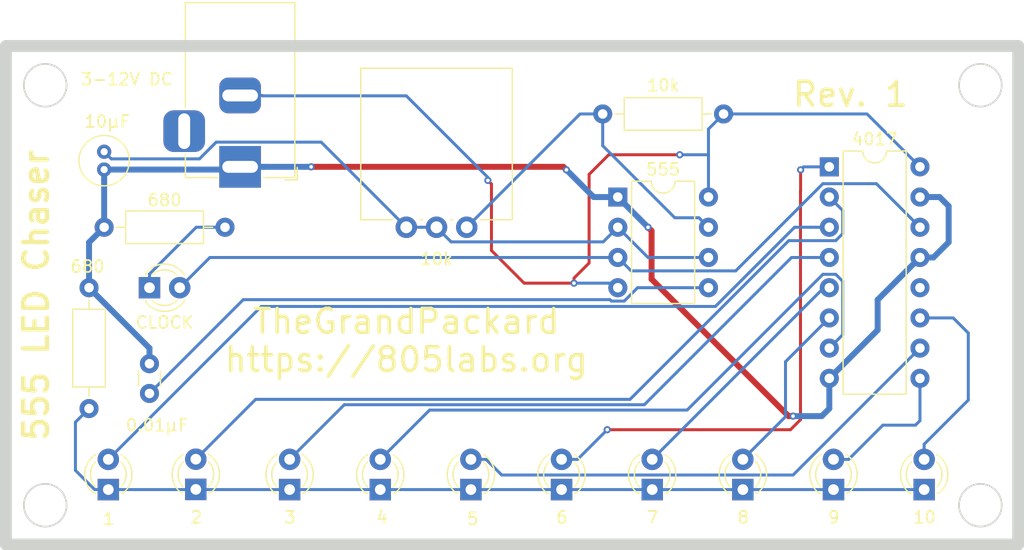
<source format=kicad_pcb>
(kicad_pcb (version 20171130) (host pcbnew "(5.1.0)-1")

  (general
    (thickness 1.6)
    (drawings 11)
    (tracks 163)
    (zones 0)
    (modules 20)
    (nets 20)
  )

  (page A4)
  (layers
    (0 F.Cu signal)
    (31 B.Cu signal hide)
    (32 B.Adhes user)
    (33 F.Adhes user)
    (34 B.Paste user)
    (35 F.Paste user)
    (36 B.SilkS user)
    (37 F.SilkS user)
    (38 B.Mask user)
    (39 F.Mask user)
    (40 Dwgs.User user)
    (41 Cmts.User user)
    (42 Eco1.User user)
    (43 Eco2.User user)
    (44 Edge.Cuts user)
    (45 Margin user)
    (46 B.CrtYd user)
    (47 F.CrtYd user)
    (48 B.Fab user)
    (49 F.Fab user)
  )

  (setup
    (last_trace_width 0.25)
    (user_trace_width 0.5)
    (trace_clearance 0.2)
    (zone_clearance 0.508)
    (zone_45_only no)
    (trace_min 0.25)
    (via_size 0.6)
    (via_drill 0.3)
    (via_min_size 0.25)
    (via_min_drill 0.3)
    (uvia_size 0.3)
    (uvia_drill 0.1)
    (uvias_allowed no)
    (uvia_min_size 0.2)
    (uvia_min_drill 0.1)
    (edge_width 0.15)
    (segment_width 0.2)
    (pcb_text_width 0.3)
    (pcb_text_size 1.5 1.5)
    (mod_edge_width 0.15)
    (mod_text_size 1 1)
    (mod_text_width 0.15)
    (pad_size 1.524 1.524)
    (pad_drill 0.762)
    (pad_to_mask_clearance 0.051)
    (solder_mask_min_width 0.25)
    (aux_axis_origin 0 0)
    (grid_origin 171.577 132.715)
    (visible_elements 7FFFFFFF)
    (pcbplotparams
      (layerselection 0x3ffff_ffffffff)
      (usegerberextensions false)
      (usegerberattributes false)
      (usegerberadvancedattributes false)
      (creategerberjobfile false)
      (excludeedgelayer false)
      (linewidth 0.100000)
      (plotframeref false)
      (viasonmask false)
      (mode 1)
      (useauxorigin false)
      (hpglpennumber 1)
      (hpglpenspeed 20)
      (hpglpendiameter 15.000000)
      (psnegative false)
      (psa4output false)
      (plotreference true)
      (plotvalue true)
      (plotinvisibletext false)
      (padsonsilk true)
      (subtractmaskfromsilk false)
      (outputformat 1)
      (mirror false)
      (drillshape 0)
      (scaleselection 1)
      (outputdirectory "Output/"))
  )

  (net 0 "")
  (net 1 "Net-(C1-Pad1)")
  (net 2 "Net-(C1-Pad2)")
  (net 3 "Net-(C2-Pad1)")
  (net 4 "Net-(D1-Pad2)")
  (net 5 "Net-(D1-Pad1)")
  (net 6 "Net-(D10-Pad1)")
  (net 7 "Net-(D2-Pad2)")
  (net 8 "Net-(D3-Pad2)")
  (net 9 "Net-(D4-Pad2)")
  (net 10 "Net-(D5-Pad2)")
  (net 11 "Net-(D6-Pad2)")
  (net 12 "Net-(D7-Pad2)")
  (net 13 "Net-(D8-Pad2)")
  (net 14 "Net-(D9-Pad2)")
  (net 15 "Net-(D10-Pad2)")
  (net 16 "Net-(D11-Pad2)")
  (net 17 "Net-(J1-Pad2)")
  (net 18 "Net-(R1-Pad2)")
  (net 19 "Net-(U2-Pad12)")

  (net_class Default "This is the default net class."
    (clearance 0.2)
    (trace_width 0.25)
    (via_dia 0.6)
    (via_drill 0.3)
    (uvia_dia 0.3)
    (uvia_drill 0.1)
    (diff_pair_width 1)
    (diff_pair_gap 0.25)
    (add_net "Net-(C1-Pad1)")
    (add_net "Net-(C1-Pad2)")
    (add_net "Net-(C2-Pad1)")
    (add_net "Net-(D1-Pad1)")
    (add_net "Net-(D1-Pad2)")
    (add_net "Net-(D10-Pad1)")
    (add_net "Net-(D10-Pad2)")
    (add_net "Net-(D11-Pad2)")
    (add_net "Net-(D2-Pad2)")
    (add_net "Net-(D3-Pad2)")
    (add_net "Net-(D4-Pad2)")
    (add_net "Net-(D5-Pad2)")
    (add_net "Net-(D6-Pad2)")
    (add_net "Net-(D7-Pad2)")
    (add_net "Net-(D8-Pad2)")
    (add_net "Net-(D9-Pad2)")
    (add_net "Net-(J1-Pad2)")
    (add_net "Net-(R1-Pad2)")
    (add_net "Net-(U2-Pad12)")
  )

  (module Capacitor_THT:C_Radial_D4.0mm_H5.0mm_P1.50mm (layer F.Cu) (tedit 5BC5C9B9) (tstamp 5CB98102)
    (at 118.11 118.745 270)
    (descr "C, Radial series, Radial, pin pitch=1.50mm, diameter=4mm, height=5mm, Non-Polar Electrolytic Capacitor")
    (tags "C Radial series Radial pin pitch 1.50mm diameter 4mm height 5mm Non-Polar Electrolytic Capacitor")
    (path /5C7EECBB)
    (fp_text reference 10μF (at -2.54 -0.254) (layer F.SilkS)
      (effects (font (size 1 1) (thickness 0.15)))
    )
    (fp_text value 10μF (at 0.75 3.25 270) (layer F.Fab)
      (effects (font (size 1 1) (thickness 0.15)))
    )
    (fp_circle (center 0.75 0) (end 2.75 0) (layer F.Fab) (width 0.1))
    (fp_circle (center 0.75 0) (end 2.87 0) (layer F.SilkS) (width 0.12))
    (fp_circle (center 0.75 0) (end 3 0) (layer F.CrtYd) (width 0.05))
    (fp_text user %R (at 0.75 0 270) (layer F.Fab)
      (effects (font (size 0.8 0.8) (thickness 0.12)))
    )
    (pad 1 thru_hole circle (at 0 0 270) (size 1.2 1.2) (drill 0.6) (layers *.Cu *.Mask)
      (net 1 "Net-(C1-Pad1)"))
    (pad 2 thru_hole circle (at 1.5 0 270) (size 1.2 1.2) (drill 0.6) (layers *.Cu *.Mask)
      (net 2 "Net-(C1-Pad2)"))
    (model ${KISYS3DMOD}/Capacitor_THT.3dshapes/C_Radial_D4.0mm_H5.0mm_P1.50mm.wrl
      (at (xyz 0 0 0))
      (scale (xyz 1 1 1))
      (rotate (xyz 0 0 0))
    )
  )

  (module Capacitor_THT:C_Disc_D3.0mm_W1.6mm_P2.50mm (layer F.Cu) (tedit 5AE50EF0) (tstamp 5CB98113)
    (at 121.92 139.065 90)
    (descr "C, Disc series, Radial, pin pitch=2.50mm, , diameter*width=3.0*1.6mm^2, Capacitor, http://www.vishay.com/docs/45233/krseries.pdf")
    (tags "C Disc series Radial pin pitch 2.50mm  diameter 3.0mm width 1.6mm Capacitor")
    (path /5C7EFC91)
    (fp_text reference 0.01μF (at -2.667 0.635 180) (layer F.SilkS)
      (effects (font (size 1 1) (thickness 0.15)))
    )
    (fp_text value 0.01μF (at 1.25 2.05 90) (layer F.Fab)
      (effects (font (size 1 1) (thickness 0.15)))
    )
    (fp_line (start -0.25 -0.8) (end -0.25 0.8) (layer F.Fab) (width 0.1))
    (fp_line (start -0.25 0.8) (end 2.75 0.8) (layer F.Fab) (width 0.1))
    (fp_line (start 2.75 0.8) (end 2.75 -0.8) (layer F.Fab) (width 0.1))
    (fp_line (start 2.75 -0.8) (end -0.25 -0.8) (layer F.Fab) (width 0.1))
    (fp_line (start 0.621 -0.92) (end 1.879 -0.92) (layer F.SilkS) (width 0.12))
    (fp_line (start 0.621 0.92) (end 1.879 0.92) (layer F.SilkS) (width 0.12))
    (fp_line (start -1.05 -1.05) (end -1.05 1.05) (layer F.CrtYd) (width 0.05))
    (fp_line (start -1.05 1.05) (end 3.55 1.05) (layer F.CrtYd) (width 0.05))
    (fp_line (start 3.55 1.05) (end 3.55 -1.05) (layer F.CrtYd) (width 0.05))
    (fp_line (start 3.55 -1.05) (end -1.05 -1.05) (layer F.CrtYd) (width 0.05))
    (fp_text user %R (at 1.25 0 90) (layer F.Fab)
      (effects (font (size 0.6 0.6) (thickness 0.09)))
    )
    (pad 1 thru_hole circle (at 0 0 90) (size 1.6 1.6) (drill 0.8) (layers *.Cu *.Mask)
      (net 3 "Net-(C2-Pad1)"))
    (pad 2 thru_hole circle (at 2.5 0 90) (size 1.6 1.6) (drill 0.8) (layers *.Cu *.Mask)
      (net 2 "Net-(C1-Pad2)"))
    (model ${KISYS3DMOD}/Capacitor_THT.3dshapes/C_Disc_D3.0mm_W1.6mm_P2.50mm.wrl
      (at (xyz 0 0 0))
      (scale (xyz 1 1 1))
      (rotate (xyz 0 0 0))
    )
  )

  (module LED_THT:LED_D3.0mm (layer F.Cu) (tedit 587A3A7B) (tstamp 5CB98126)
    (at 121.92 130.175)
    (descr "LED, diameter 3.0mm, 2 pins")
    (tags "LED diameter 3.0mm 2 pins")
    (path /5C7EF1DD)
    (fp_text reference CLOCK (at 1.27 2.921) (layer F.SilkS)
      (effects (font (size 1 1) (thickness 0.15)))
    )
    (fp_text value CLOCK (at 1.27 2.96) (layer F.Fab)
      (effects (font (size 1 1) (thickness 0.15)))
    )
    (fp_arc (start 1.27 0) (end -0.23 -1.16619) (angle 284.3) (layer F.Fab) (width 0.1))
    (fp_arc (start 1.27 0) (end -0.29 -1.235516) (angle 108.8) (layer F.SilkS) (width 0.12))
    (fp_arc (start 1.27 0) (end -0.29 1.235516) (angle -108.8) (layer F.SilkS) (width 0.12))
    (fp_arc (start 1.27 0) (end 0.229039 -1.08) (angle 87.9) (layer F.SilkS) (width 0.12))
    (fp_arc (start 1.27 0) (end 0.229039 1.08) (angle -87.9) (layer F.SilkS) (width 0.12))
    (fp_circle (center 1.27 0) (end 2.77 0) (layer F.Fab) (width 0.1))
    (fp_line (start -0.23 -1.16619) (end -0.23 1.16619) (layer F.Fab) (width 0.1))
    (fp_line (start -0.29 -1.236) (end -0.29 -1.08) (layer F.SilkS) (width 0.12))
    (fp_line (start -0.29 1.08) (end -0.29 1.236) (layer F.SilkS) (width 0.12))
    (fp_line (start -1.15 -2.25) (end -1.15 2.25) (layer F.CrtYd) (width 0.05))
    (fp_line (start -1.15 2.25) (end 3.7 2.25) (layer F.CrtYd) (width 0.05))
    (fp_line (start 3.7 2.25) (end 3.7 -2.25) (layer F.CrtYd) (width 0.05))
    (fp_line (start 3.7 -2.25) (end -1.15 -2.25) (layer F.CrtYd) (width 0.05))
    (pad 1 thru_hole rect (at 0 0) (size 1.8 1.8) (drill 0.9) (layers *.Cu *.Mask)
      (net 5 "Net-(D1-Pad1)"))
    (pad 2 thru_hole circle (at 2.54 0) (size 1.8 1.8) (drill 0.9) (layers *.Cu *.Mask)
      (net 4 "Net-(D1-Pad2)"))
    (model ${KISYS3DMOD}/LED_THT.3dshapes/LED_D3.0mm.wrl
      (at (xyz 0 0 0))
      (scale (xyz 1 1 1))
      (rotate (xyz 0 0 0))
    )
  )

  (module LED_THT:LED_D3.0mm (layer F.Cu) (tedit 587A3A7B) (tstamp 5CB98139)
    (at 118.461431 147.146596 90)
    (descr "LED, diameter 3.0mm, 2 pins")
    (tags "LED diameter 3.0mm 2 pins")
    (path /5C7EEABF)
    (fp_text reference 1 (at -2.459404 0.029569 180) (layer F.SilkS)
      (effects (font (size 1 1) (thickness 0.15)))
    )
    (fp_text value 1 (at 1.27 2.96 unlocked) (layer F.Fab)
      (effects (font (size 1 1) (thickness 0.15)))
    )
    (fp_line (start 3.7 -2.25) (end -1.15 -2.25) (layer F.CrtYd) (width 0.05))
    (fp_line (start 3.7 2.25) (end 3.7 -2.25) (layer F.CrtYd) (width 0.05))
    (fp_line (start -1.15 2.25) (end 3.7 2.25) (layer F.CrtYd) (width 0.05))
    (fp_line (start -1.15 -2.25) (end -1.15 2.25) (layer F.CrtYd) (width 0.05))
    (fp_line (start -0.29 1.08) (end -0.29 1.236) (layer F.SilkS) (width 0.12))
    (fp_line (start -0.29 -1.236) (end -0.29 -1.08) (layer F.SilkS) (width 0.12))
    (fp_line (start -0.23 -1.16619) (end -0.23 1.16619) (layer F.Fab) (width 0.1))
    (fp_circle (center 1.27 0) (end 2.77 0) (layer F.Fab) (width 0.1))
    (fp_arc (start 1.27 0) (end 0.229039 1.08) (angle -87.9) (layer F.SilkS) (width 0.12))
    (fp_arc (start 1.27 0) (end 0.229039 -1.08) (angle 87.9) (layer F.SilkS) (width 0.12))
    (fp_arc (start 1.27 0) (end -0.29 1.235516) (angle -108.8) (layer F.SilkS) (width 0.12))
    (fp_arc (start 1.27 0) (end -0.29 -1.235516) (angle 108.8) (layer F.SilkS) (width 0.12))
    (fp_arc (start 1.27 0) (end -0.23 -1.16619) (angle 284.3) (layer F.Fab) (width 0.1))
    (pad 2 thru_hole circle (at 2.54 0 90) (size 1.8 1.8) (drill 0.9) (layers *.Cu *.Mask)
      (net 7 "Net-(D2-Pad2)"))
    (pad 1 thru_hole rect (at 0 0 90) (size 1.8 1.8) (drill 0.9) (layers *.Cu *.Mask)
      (net 6 "Net-(D10-Pad1)"))
    (model ${KISYS3DMOD}/LED_THT.3dshapes/LED_D3.0mm.wrl
      (at (xyz 0 0 0))
      (scale (xyz 1 1 1))
      (rotate (xyz 0 0 0))
    )
  )

  (module LED_THT:LED_D3.0mm (layer F.Cu) (tedit 587A3A7B) (tstamp 5CB9814C)
    (at 125.816432 147.131595 90)
    (descr "LED, diameter 3.0mm, 2 pins")
    (tags "LED diameter 3.0mm 2 pins")
    (path /5C7FDD19)
    (fp_text reference 2 (at -2.347405 0.040568 180) (layer F.SilkS)
      (effects (font (size 1 1) (thickness 0.15)))
    )
    (fp_text value 2 (at 1.27 2.96 180) (layer F.Fab)
      (effects (font (size 1 1) (thickness 0.15)))
    )
    (fp_arc (start 1.27 0) (end -0.23 -1.16619) (angle 284.3) (layer F.Fab) (width 0.1))
    (fp_arc (start 1.27 0) (end -0.29 -1.235516) (angle 108.8) (layer F.SilkS) (width 0.12))
    (fp_arc (start 1.27 0) (end -0.29 1.235516) (angle -108.8) (layer F.SilkS) (width 0.12))
    (fp_arc (start 1.27 0) (end 0.229039 -1.08) (angle 87.9) (layer F.SilkS) (width 0.12))
    (fp_arc (start 1.27 0) (end 0.229039 1.08) (angle -87.9) (layer F.SilkS) (width 0.12))
    (fp_circle (center 1.27 0) (end 2.77 0) (layer F.Fab) (width 0.1))
    (fp_line (start -0.23 -1.16619) (end -0.23 1.16619) (layer F.Fab) (width 0.1))
    (fp_line (start -0.29 -1.236) (end -0.29 -1.08) (layer F.SilkS) (width 0.12))
    (fp_line (start -0.29 1.08) (end -0.29 1.236) (layer F.SilkS) (width 0.12))
    (fp_line (start -1.15 -2.25) (end -1.15 2.25) (layer F.CrtYd) (width 0.05))
    (fp_line (start -1.15 2.25) (end 3.7 2.25) (layer F.CrtYd) (width 0.05))
    (fp_line (start 3.7 2.25) (end 3.7 -2.25) (layer F.CrtYd) (width 0.05))
    (fp_line (start 3.7 -2.25) (end -1.15 -2.25) (layer F.CrtYd) (width 0.05))
    (pad 1 thru_hole rect (at 0 0 90) (size 1.8 1.8) (drill 0.9) (layers *.Cu *.Mask)
      (net 6 "Net-(D10-Pad1)"))
    (pad 2 thru_hole circle (at 2.54 0 90) (size 1.8 1.8) (drill 0.9) (layers *.Cu *.Mask)
      (net 8 "Net-(D3-Pad2)"))
    (model ${KISYS3DMOD}/LED_THT.3dshapes/LED_D3.0mm.wrl
      (at (xyz 0 0 0))
      (scale (xyz 1 1 1))
      (rotate (xyz 0 0 0))
    )
  )

  (module LED_THT:LED_D3.0mm (layer F.Cu) (tedit 587A3A7B) (tstamp 5CB988C5)
    (at 133.701431 147.146596 90)
    (descr "LED, diameter 3.0mm, 2 pins")
    (tags "LED diameter 3.0mm 2 pins")
    (path /5C7FDE23)
    (fp_text reference 3 (at -2.332404 0.029569 180) (layer F.SilkS)
      (effects (font (size 1 1) (thickness 0.15)))
    )
    (fp_text value 3 (at 1.27 2.96 180) (layer F.Fab)
      (effects (font (size 1 1) (thickness 0.15)))
    )
    (fp_line (start 3.7 -2.25) (end -1.15 -2.25) (layer F.CrtYd) (width 0.05))
    (fp_line (start 3.7 2.25) (end 3.7 -2.25) (layer F.CrtYd) (width 0.05))
    (fp_line (start -1.15 2.25) (end 3.7 2.25) (layer F.CrtYd) (width 0.05))
    (fp_line (start -1.15 -2.25) (end -1.15 2.25) (layer F.CrtYd) (width 0.05))
    (fp_line (start -0.29 1.08) (end -0.29 1.236) (layer F.SilkS) (width 0.12))
    (fp_line (start -0.29 -1.236) (end -0.29 -1.08) (layer F.SilkS) (width 0.12))
    (fp_line (start -0.23 -1.16619) (end -0.23 1.16619) (layer F.Fab) (width 0.1))
    (fp_circle (center 1.27 0) (end 2.77 0) (layer F.Fab) (width 0.1))
    (fp_arc (start 1.27 0) (end 0.229039 1.08) (angle -87.9) (layer F.SilkS) (width 0.12))
    (fp_arc (start 1.27 0) (end 0.229039 -1.08) (angle 87.9) (layer F.SilkS) (width 0.12))
    (fp_arc (start 1.27 0) (end -0.29 1.235516) (angle -108.8) (layer F.SilkS) (width 0.12))
    (fp_arc (start 1.27 0) (end -0.29 -1.235516) (angle 108.8) (layer F.SilkS) (width 0.12))
    (fp_arc (start 1.27 0) (end -0.23 -1.16619) (angle 284.3) (layer F.Fab) (width 0.1))
    (pad 2 thru_hole circle (at 2.54 0 90) (size 1.8 1.8) (drill 0.9) (layers *.Cu *.Mask)
      (net 9 "Net-(D4-Pad2)"))
    (pad 1 thru_hole rect (at 0 0 90) (size 1.8 1.8) (drill 0.9) (layers *.Cu *.Mask)
      (net 6 "Net-(D10-Pad1)"))
    (model ${KISYS3DMOD}/LED_THT.3dshapes/LED_D3.0mm.wrl
      (at (xyz 0 0 0))
      (scale (xyz 1 1 1))
      (rotate (xyz 0 0 0))
    )
  )

  (module LED_THT:LED_D3.0mm (layer F.Cu) (tedit 587A3A7B) (tstamp 5CB98172)
    (at 141.321431 147.146596 90)
    (descr "LED, diameter 3.0mm, 2 pins")
    (tags "LED diameter 3.0mm 2 pins")
    (path /5C7FDE4F)
    (fp_text reference 4 (at -2.332404 0.156569 180) (layer F.SilkS)
      (effects (font (size 1 1) (thickness 0.15)))
    )
    (fp_text value 4 (at 1.27 2.96 180) (layer F.Fab)
      (effects (font (size 1 1) (thickness 0.15)))
    )
    (fp_arc (start 1.27 0) (end -0.23 -1.16619) (angle 284.3) (layer F.Fab) (width 0.1))
    (fp_arc (start 1.27 0) (end -0.29 -1.235516) (angle 108.8) (layer F.SilkS) (width 0.12))
    (fp_arc (start 1.27 0) (end -0.29 1.235516) (angle -108.8) (layer F.SilkS) (width 0.12))
    (fp_arc (start 1.27 0) (end 0.229039 -1.08) (angle 87.9) (layer F.SilkS) (width 0.12))
    (fp_arc (start 1.27 0) (end 0.229039 1.08) (angle -87.9) (layer F.SilkS) (width 0.12))
    (fp_circle (center 1.27 0) (end 2.77 0) (layer F.Fab) (width 0.1))
    (fp_line (start -0.23 -1.16619) (end -0.23 1.16619) (layer F.Fab) (width 0.1))
    (fp_line (start -0.29 -1.236) (end -0.29 -1.08) (layer F.SilkS) (width 0.12))
    (fp_line (start -0.29 1.08) (end -0.29 1.236) (layer F.SilkS) (width 0.12))
    (fp_line (start -1.15 -2.25) (end -1.15 2.25) (layer F.CrtYd) (width 0.05))
    (fp_line (start -1.15 2.25) (end 3.7 2.25) (layer F.CrtYd) (width 0.05))
    (fp_line (start 3.7 2.25) (end 3.7 -2.25) (layer F.CrtYd) (width 0.05))
    (fp_line (start 3.7 -2.25) (end -1.15 -2.25) (layer F.CrtYd) (width 0.05))
    (pad 1 thru_hole rect (at 0 0 90) (size 1.8 1.8) (drill 0.9) (layers *.Cu *.Mask)
      (net 6 "Net-(D10-Pad1)"))
    (pad 2 thru_hole circle (at 2.54 0 90) (size 1.8 1.8) (drill 0.9) (layers *.Cu *.Mask)
      (net 10 "Net-(D5-Pad2)"))
    (model ${KISYS3DMOD}/LED_THT.3dshapes/LED_D3.0mm.wrl
      (at (xyz 0 0 0))
      (scale (xyz 1 1 1))
      (rotate (xyz 0 0 0))
    )
  )

  (module LED_THT:LED_D3.0mm (layer F.Cu) (tedit 587A3A7B) (tstamp 5CB98185)
    (at 148.941431 147.146596 90)
    (descr "LED, diameter 3.0mm, 2 pins")
    (tags "LED diameter 3.0mm 2 pins")
    (path /5C7FDE79)
    (fp_text reference 5 (at -2.459404 0.156569 180) (layer F.SilkS)
      (effects (font (size 1 1) (thickness 0.15)))
    )
    (fp_text value 5 (at 1.27 2.96 180) (layer F.Fab)
      (effects (font (size 1 1) (thickness 0.15)))
    )
    (fp_arc (start 1.27 0) (end -0.23 -1.16619) (angle 284.3) (layer F.Fab) (width 0.1))
    (fp_arc (start 1.27 0) (end -0.29 -1.235516) (angle 108.8) (layer F.SilkS) (width 0.12))
    (fp_arc (start 1.27 0) (end -0.29 1.235516) (angle -108.8) (layer F.SilkS) (width 0.12))
    (fp_arc (start 1.27 0) (end 0.229039 -1.08) (angle 87.9) (layer F.SilkS) (width 0.12))
    (fp_arc (start 1.27 0) (end 0.229039 1.08) (angle -87.9) (layer F.SilkS) (width 0.12))
    (fp_circle (center 1.27 0) (end 2.77 0) (layer F.Fab) (width 0.1))
    (fp_line (start -0.23 -1.16619) (end -0.23 1.16619) (layer F.Fab) (width 0.1))
    (fp_line (start -0.29 -1.236) (end -0.29 -1.08) (layer F.SilkS) (width 0.12))
    (fp_line (start -0.29 1.08) (end -0.29 1.236) (layer F.SilkS) (width 0.12))
    (fp_line (start -1.15 -2.25) (end -1.15 2.25) (layer F.CrtYd) (width 0.05))
    (fp_line (start -1.15 2.25) (end 3.7 2.25) (layer F.CrtYd) (width 0.05))
    (fp_line (start 3.7 2.25) (end 3.7 -2.25) (layer F.CrtYd) (width 0.05))
    (fp_line (start 3.7 -2.25) (end -1.15 -2.25) (layer F.CrtYd) (width 0.05))
    (pad 1 thru_hole rect (at 0 0 90) (size 1.8 1.8) (drill 0.9) (layers *.Cu *.Mask)
      (net 6 "Net-(D10-Pad1)"))
    (pad 2 thru_hole circle (at 2.54 0 90) (size 1.8 1.8) (drill 0.9) (layers *.Cu *.Mask)
      (net 11 "Net-(D6-Pad2)"))
    (model ${KISYS3DMOD}/LED_THT.3dshapes/LED_D3.0mm.wrl
      (at (xyz 0 0 0))
      (scale (xyz 1 1 1))
      (rotate (xyz 0 0 0))
    )
  )

  (module LED_THT:LED_D3.0mm (layer F.Cu) (tedit 587A3A7B) (tstamp 5CB98198)
    (at 156.561431 147.146596 90)
    (descr "LED, diameter 3.0mm, 2 pins")
    (tags "LED diameter 3.0mm 2 pins")
    (path /5C7FDEA5)
    (fp_text reference 6 (at -2.332404 0.029569 180) (layer F.SilkS)
      (effects (font (size 1 1) (thickness 0.15)))
    )
    (fp_text value 6 (at 1.27 2.96 180) (layer F.Fab)
      (effects (font (size 1 1) (thickness 0.15)))
    )
    (fp_line (start 3.7 -2.25) (end -1.15 -2.25) (layer F.CrtYd) (width 0.05))
    (fp_line (start 3.7 2.25) (end 3.7 -2.25) (layer F.CrtYd) (width 0.05))
    (fp_line (start -1.15 2.25) (end 3.7 2.25) (layer F.CrtYd) (width 0.05))
    (fp_line (start -1.15 -2.25) (end -1.15 2.25) (layer F.CrtYd) (width 0.05))
    (fp_line (start -0.29 1.08) (end -0.29 1.236) (layer F.SilkS) (width 0.12))
    (fp_line (start -0.29 -1.236) (end -0.29 -1.08) (layer F.SilkS) (width 0.12))
    (fp_line (start -0.23 -1.16619) (end -0.23 1.16619) (layer F.Fab) (width 0.1))
    (fp_circle (center 1.27 0) (end 2.77 0) (layer F.Fab) (width 0.1))
    (fp_arc (start 1.27 0) (end 0.229039 1.08) (angle -87.9) (layer F.SilkS) (width 0.12))
    (fp_arc (start 1.27 0) (end 0.229039 -1.08) (angle 87.9) (layer F.SilkS) (width 0.12))
    (fp_arc (start 1.27 0) (end -0.29 1.235516) (angle -108.8) (layer F.SilkS) (width 0.12))
    (fp_arc (start 1.27 0) (end -0.29 -1.235516) (angle 108.8) (layer F.SilkS) (width 0.12))
    (fp_arc (start 1.27 0) (end -0.23 -1.16619) (angle 284.3) (layer F.Fab) (width 0.1))
    (pad 2 thru_hole circle (at 2.54 0 90) (size 1.8 1.8) (drill 0.9) (layers *.Cu *.Mask)
      (net 12 "Net-(D7-Pad2)"))
    (pad 1 thru_hole rect (at 0 0 90) (size 1.8 1.8) (drill 0.9) (layers *.Cu *.Mask)
      (net 6 "Net-(D10-Pad1)"))
    (model ${KISYS3DMOD}/LED_THT.3dshapes/LED_D3.0mm.wrl
      (at (xyz 0 0 0))
      (scale (xyz 1 1 1))
      (rotate (xyz 0 0 0))
    )
  )

  (module LED_THT:LED_D3.0mm (layer F.Cu) (tedit 587A3A7B) (tstamp 5CB981AB)
    (at 164.181431 147.146596 90)
    (descr "LED, diameter 3.0mm, 2 pins")
    (tags "LED diameter 3.0mm 2 pins")
    (path /5C7FDED3)
    (fp_text reference 7 (at -2.332404 0.029569 180) (layer F.SilkS)
      (effects (font (size 1 1) (thickness 0.15)))
    )
    (fp_text value 7 (at 1.27 2.96 180) (layer F.Fab)
      (effects (font (size 1 1) (thickness 0.15)))
    )
    (fp_arc (start 1.27 0) (end -0.23 -1.16619) (angle 284.3) (layer F.Fab) (width 0.1))
    (fp_arc (start 1.27 0) (end -0.29 -1.235516) (angle 108.8) (layer F.SilkS) (width 0.12))
    (fp_arc (start 1.27 0) (end -0.29 1.235516) (angle -108.8) (layer F.SilkS) (width 0.12))
    (fp_arc (start 1.27 0) (end 0.229039 -1.08) (angle 87.9) (layer F.SilkS) (width 0.12))
    (fp_arc (start 1.27 0) (end 0.229039 1.08) (angle -87.9) (layer F.SilkS) (width 0.12))
    (fp_circle (center 1.27 0) (end 2.77 0) (layer F.Fab) (width 0.1))
    (fp_line (start -0.23 -1.16619) (end -0.23 1.16619) (layer F.Fab) (width 0.1))
    (fp_line (start -0.29 -1.236) (end -0.29 -1.08) (layer F.SilkS) (width 0.12))
    (fp_line (start -0.29 1.08) (end -0.29 1.236) (layer F.SilkS) (width 0.12))
    (fp_line (start -1.15 -2.25) (end -1.15 2.25) (layer F.CrtYd) (width 0.05))
    (fp_line (start -1.15 2.25) (end 3.7 2.25) (layer F.CrtYd) (width 0.05))
    (fp_line (start 3.7 2.25) (end 3.7 -2.25) (layer F.CrtYd) (width 0.05))
    (fp_line (start 3.7 -2.25) (end -1.15 -2.25) (layer F.CrtYd) (width 0.05))
    (pad 1 thru_hole rect (at 0 0 90) (size 1.8 1.8) (drill 0.9) (layers *.Cu *.Mask)
      (net 6 "Net-(D10-Pad1)"))
    (pad 2 thru_hole circle (at 2.54 0 90) (size 1.8 1.8) (drill 0.9) (layers *.Cu *.Mask)
      (net 13 "Net-(D8-Pad2)"))
    (model ${KISYS3DMOD}/LED_THT.3dshapes/LED_D3.0mm.wrl
      (at (xyz 0 0 0))
      (scale (xyz 1 1 1))
      (rotate (xyz 0 0 0))
    )
  )

  (module LED_THT:LED_D3.0mm (layer F.Cu) (tedit 587A3A7B) (tstamp 5CB981BE)
    (at 171.801431 147.146596 90)
    (descr "LED, diameter 3.0mm, 2 pins")
    (tags "LED diameter 3.0mm 2 pins")
    (path /5C7FDF41)
    (fp_text reference 8 (at -2.332404 0.029569 180) (layer F.SilkS)
      (effects (font (size 1 1) (thickness 0.15)))
    )
    (fp_text value 8 (at 1.27 2.96 180) (layer F.Fab)
      (effects (font (size 1 1) (thickness 0.15)))
    )
    (fp_line (start 3.7 -2.25) (end -1.15 -2.25) (layer F.CrtYd) (width 0.05))
    (fp_line (start 3.7 2.25) (end 3.7 -2.25) (layer F.CrtYd) (width 0.05))
    (fp_line (start -1.15 2.25) (end 3.7 2.25) (layer F.CrtYd) (width 0.05))
    (fp_line (start -1.15 -2.25) (end -1.15 2.25) (layer F.CrtYd) (width 0.05))
    (fp_line (start -0.29 1.08) (end -0.29 1.236) (layer F.SilkS) (width 0.12))
    (fp_line (start -0.29 -1.236) (end -0.29 -1.08) (layer F.SilkS) (width 0.12))
    (fp_line (start -0.23 -1.16619) (end -0.23 1.16619) (layer F.Fab) (width 0.1))
    (fp_circle (center 1.27 0) (end 2.77 0) (layer F.Fab) (width 0.1))
    (fp_arc (start 1.27 0) (end 0.229039 1.08) (angle -87.9) (layer F.SilkS) (width 0.12))
    (fp_arc (start 1.27 0) (end 0.229039 -1.08) (angle 87.9) (layer F.SilkS) (width 0.12))
    (fp_arc (start 1.27 0) (end -0.29 1.235516) (angle -108.8) (layer F.SilkS) (width 0.12))
    (fp_arc (start 1.27 0) (end -0.29 -1.235516) (angle 108.8) (layer F.SilkS) (width 0.12))
    (fp_arc (start 1.27 0) (end -0.23 -1.16619) (angle 284.3) (layer F.Fab) (width 0.1))
    (pad 2 thru_hole circle (at 2.54 0 90) (size 1.8 1.8) (drill 0.9) (layers *.Cu *.Mask)
      (net 14 "Net-(D9-Pad2)"))
    (pad 1 thru_hole rect (at 0 0 90) (size 1.8 1.8) (drill 0.9) (layers *.Cu *.Mask)
      (net 6 "Net-(D10-Pad1)"))
    (model ${KISYS3DMOD}/LED_THT.3dshapes/LED_D3.0mm.wrl
      (at (xyz 0 0 0))
      (scale (xyz 1 1 1))
      (rotate (xyz 0 0 0))
    )
  )

  (module LED_THT:LED_D3.0mm (layer F.Cu) (tedit 587A3A7B) (tstamp 5CB981D1)
    (at 179.421431 147.146596 90)
    (descr "LED, diameter 3.0mm, 2 pins")
    (tags "LED diameter 3.0mm 2 pins")
    (path /5C7FDF73)
    (fp_text reference 9 (at -2.332404 0.029569 180) (layer F.SilkS)
      (effects (font (size 1 1) (thickness 0.15)))
    )
    (fp_text value 9 (at 1.27 2.96 180) (layer F.Fab)
      (effects (font (size 1 1) (thickness 0.15)))
    )
    (fp_arc (start 1.27 0) (end -0.23 -1.16619) (angle 284.3) (layer F.Fab) (width 0.1))
    (fp_arc (start 1.27 0) (end -0.29 -1.235516) (angle 108.8) (layer F.SilkS) (width 0.12))
    (fp_arc (start 1.27 0) (end -0.29 1.235516) (angle -108.8) (layer F.SilkS) (width 0.12))
    (fp_arc (start 1.27 0) (end 0.229039 -1.08) (angle 87.9) (layer F.SilkS) (width 0.12))
    (fp_arc (start 1.27 0) (end 0.229039 1.08) (angle -87.9) (layer F.SilkS) (width 0.12))
    (fp_circle (center 1.27 0) (end 2.77 0) (layer F.Fab) (width 0.1))
    (fp_line (start -0.23 -1.16619) (end -0.23 1.16619) (layer F.Fab) (width 0.1))
    (fp_line (start -0.29 -1.236) (end -0.29 -1.08) (layer F.SilkS) (width 0.12))
    (fp_line (start -0.29 1.08) (end -0.29 1.236) (layer F.SilkS) (width 0.12))
    (fp_line (start -1.15 -2.25) (end -1.15 2.25) (layer F.CrtYd) (width 0.05))
    (fp_line (start -1.15 2.25) (end 3.7 2.25) (layer F.CrtYd) (width 0.05))
    (fp_line (start 3.7 2.25) (end 3.7 -2.25) (layer F.CrtYd) (width 0.05))
    (fp_line (start 3.7 -2.25) (end -1.15 -2.25) (layer F.CrtYd) (width 0.05))
    (pad 1 thru_hole rect (at 0 0 90) (size 1.8 1.8) (drill 0.9) (layers *.Cu *.Mask)
      (net 6 "Net-(D10-Pad1)"))
    (pad 2 thru_hole circle (at 2.54 0 90) (size 1.8 1.8) (drill 0.9) (layers *.Cu *.Mask)
      (net 15 "Net-(D10-Pad2)"))
    (model ${KISYS3DMOD}/LED_THT.3dshapes/LED_D3.0mm.wrl
      (at (xyz 0 0 0))
      (scale (xyz 1 1 1))
      (rotate (xyz 0 0 0))
    )
  )

  (module LED_THT:LED_D3.0mm (layer F.Cu) (tedit 587A3A7B) (tstamp 5CB981E4)
    (at 187.041431 147.146596 90)
    (descr "LED, diameter 3.0mm, 2 pins")
    (tags "LED diameter 3.0mm 2 pins")
    (path /5C7FDFA7)
    (fp_text reference 10 (at -2.332404 0.029569 180) (layer F.SilkS)
      (effects (font (size 1 1) (thickness 0.15)))
    )
    (fp_text value 10 (at 1.27 3.331569 180) (layer F.Fab)
      (effects (font (size 1 1) (thickness 0.15)))
    )
    (fp_arc (start 1.27 0) (end -0.23 -1.16619) (angle 284.3) (layer F.Fab) (width 0.1))
    (fp_arc (start 1.27 0) (end -0.29 -1.235516) (angle 108.8) (layer F.SilkS) (width 0.12))
    (fp_arc (start 1.27 0) (end -0.29 1.235516) (angle -108.8) (layer F.SilkS) (width 0.12))
    (fp_arc (start 1.27 0) (end 0.229039 -1.08) (angle 87.9) (layer F.SilkS) (width 0.12))
    (fp_arc (start 1.27 0) (end 0.229039 1.08) (angle -87.9) (layer F.SilkS) (width 0.12))
    (fp_circle (center 1.27 0) (end 2.77 0) (layer F.Fab) (width 0.1))
    (fp_line (start -0.23 -1.16619) (end -0.23 1.16619) (layer F.Fab) (width 0.1))
    (fp_line (start -0.29 -1.236) (end -0.29 -1.08) (layer F.SilkS) (width 0.12))
    (fp_line (start -0.29 1.08) (end -0.29 1.236) (layer F.SilkS) (width 0.12))
    (fp_line (start -1.15 -2.25) (end -1.15 2.25) (layer F.CrtYd) (width 0.05))
    (fp_line (start -1.15 2.25) (end 3.7 2.25) (layer F.CrtYd) (width 0.05))
    (fp_line (start 3.7 2.25) (end 3.7 -2.25) (layer F.CrtYd) (width 0.05))
    (fp_line (start 3.7 -2.25) (end -1.15 -2.25) (layer F.CrtYd) (width 0.05))
    (pad 1 thru_hole rect (at 0 0 90) (size 1.8 1.8) (drill 0.9) (layers *.Cu *.Mask)
      (net 6 "Net-(D10-Pad1)"))
    (pad 2 thru_hole circle (at 2.54 0 90) (size 1.8 1.8) (drill 0.9) (layers *.Cu *.Mask)
      (net 16 "Net-(D11-Pad2)"))
    (model ${KISYS3DMOD}/LED_THT.3dshapes/LED_D3.0mm.wrl
      (at (xyz 0 0 0))
      (scale (xyz 1 1 1))
      (rotate (xyz 0 0 0))
    )
  )

  (module Connector_BarrelJack:BarrelJack_Horizontal (layer F.Cu) (tedit 5A1DBF6A) (tstamp 5CBFE708)
    (at 129.54 120.015 270)
    (descr "DC Barrel Jack")
    (tags "Power Jack")
    (path /5CAEB8DD)
    (fp_text reference "3-12V DC" (at -7.366 9.525 180) (layer F.SilkS)
      (effects (font (size 1 1) (thickness 0.15)))
    )
    (fp_text value " 5-9V DC" (at -4.572 -5.715 270) (layer F.Fab)
      (effects (font (size 1 1) (thickness 0.15)))
    )
    (fp_text user %R (at -3 -2.95 270) (layer F.Fab)
      (effects (font (size 1 1) (thickness 0.15)))
    )
    (fp_line (start -0.003213 -4.505425) (end 0.8 -3.75) (layer F.Fab) (width 0.1))
    (fp_line (start 1.1 -3.75) (end 1.1 -4.8) (layer F.SilkS) (width 0.12))
    (fp_line (start 0.05 -4.8) (end 1.1 -4.8) (layer F.SilkS) (width 0.12))
    (fp_line (start 1 -4.5) (end 1 -4.75) (layer F.CrtYd) (width 0.05))
    (fp_line (start 1 -4.75) (end -14 -4.75) (layer F.CrtYd) (width 0.05))
    (fp_line (start 1 -4.5) (end 1 -2) (layer F.CrtYd) (width 0.05))
    (fp_line (start 1 -2) (end 2 -2) (layer F.CrtYd) (width 0.05))
    (fp_line (start 2 -2) (end 2 2) (layer F.CrtYd) (width 0.05))
    (fp_line (start 2 2) (end 1 2) (layer F.CrtYd) (width 0.05))
    (fp_line (start 1 2) (end 1 4.75) (layer F.CrtYd) (width 0.05))
    (fp_line (start 1 4.75) (end -1 4.75) (layer F.CrtYd) (width 0.05))
    (fp_line (start -1 4.75) (end -1 6.75) (layer F.CrtYd) (width 0.05))
    (fp_line (start -1 6.75) (end -5 6.75) (layer F.CrtYd) (width 0.05))
    (fp_line (start -5 6.75) (end -5 4.75) (layer F.CrtYd) (width 0.05))
    (fp_line (start -5 4.75) (end -14 4.75) (layer F.CrtYd) (width 0.05))
    (fp_line (start -14 4.75) (end -14 -4.75) (layer F.CrtYd) (width 0.05))
    (fp_line (start -5 4.6) (end -13.8 4.6) (layer F.SilkS) (width 0.12))
    (fp_line (start -13.8 4.6) (end -13.8 -4.6) (layer F.SilkS) (width 0.12))
    (fp_line (start 0.9 1.9) (end 0.9 4.6) (layer F.SilkS) (width 0.12))
    (fp_line (start 0.9 4.6) (end -1 4.6) (layer F.SilkS) (width 0.12))
    (fp_line (start -13.8 -4.6) (end 0.9 -4.6) (layer F.SilkS) (width 0.12))
    (fp_line (start 0.9 -4.6) (end 0.9 -2) (layer F.SilkS) (width 0.12))
    (fp_line (start -10.2 -4.5) (end -10.2 4.5) (layer F.Fab) (width 0.1))
    (fp_line (start -13.7 -4.5) (end -13.7 4.5) (layer F.Fab) (width 0.1))
    (fp_line (start -13.7 4.5) (end 0.8 4.5) (layer F.Fab) (width 0.1))
    (fp_line (start 0.8 4.5) (end 0.8 -3.75) (layer F.Fab) (width 0.1))
    (fp_line (start 0 -4.5) (end -13.7 -4.5) (layer F.Fab) (width 0.1))
    (pad 1 thru_hole rect (at 0 0 270) (size 3.5 3.5) (drill oval 1 3) (layers *.Cu *.Mask)
      (net 2 "Net-(C1-Pad2)"))
    (pad 2 thru_hole roundrect (at -6 0 270) (size 3 3.5) (drill oval 1 3) (layers *.Cu *.Mask) (roundrect_rratio 0.25)
      (net 17 "Net-(J1-Pad2)"))
    (pad 3 thru_hole roundrect (at -3 4.7 270) (size 3.5 3.5) (drill oval 3 1) (layers *.Cu *.Mask) (roundrect_rratio 0.25))
    (model ${KISYS3DMOD}/Connector_BarrelJack.3dshapes/BarrelJack_Horizontal.wrl
      (at (xyz 0 0 0))
      (scale (xyz 1 1 1))
      (rotate (xyz 0 0 0))
    )
  )

  (module Resistor_THT:R_Axial_DIN0207_L6.3mm_D2.5mm_P10.16mm_Horizontal (layer F.Cu) (tedit 5AE5139B) (tstamp 5CB9821E)
    (at 170.18 115.57 180)
    (descr "Resistor, Axial_DIN0207 series, Axial, Horizontal, pin pitch=10.16mm, 0.25W = 1/4W, length*diameter=6.3*2.5mm^2, http://cdn-reichelt.de/documents/datenblatt/B400/1_4W%23YAG.pdf")
    (tags "Resistor Axial_DIN0207 series Axial Horizontal pin pitch 10.16mm 0.25W = 1/4W length 6.3mm diameter 2.5mm")
    (path /5C7EEBE3)
    (fp_text reference 10k (at 5.08 2.413 180) (layer F.SilkS)
      (effects (font (size 1 1) (thickness 0.15)))
    )
    (fp_text value 10k (at 5.08 2.37 180) (layer F.Fab)
      (effects (font (size 1 1) (thickness 0.15)))
    )
    (fp_line (start 1.93 -1.25) (end 1.93 1.25) (layer F.Fab) (width 0.1))
    (fp_line (start 1.93 1.25) (end 8.23 1.25) (layer F.Fab) (width 0.1))
    (fp_line (start 8.23 1.25) (end 8.23 -1.25) (layer F.Fab) (width 0.1))
    (fp_line (start 8.23 -1.25) (end 1.93 -1.25) (layer F.Fab) (width 0.1))
    (fp_line (start 0 0) (end 1.93 0) (layer F.Fab) (width 0.1))
    (fp_line (start 10.16 0) (end 8.23 0) (layer F.Fab) (width 0.1))
    (fp_line (start 1.81 -1.37) (end 1.81 1.37) (layer F.SilkS) (width 0.12))
    (fp_line (start 1.81 1.37) (end 8.35 1.37) (layer F.SilkS) (width 0.12))
    (fp_line (start 8.35 1.37) (end 8.35 -1.37) (layer F.SilkS) (width 0.12))
    (fp_line (start 8.35 -1.37) (end 1.81 -1.37) (layer F.SilkS) (width 0.12))
    (fp_line (start 1.04 0) (end 1.81 0) (layer F.SilkS) (width 0.12))
    (fp_line (start 9.12 0) (end 8.35 0) (layer F.SilkS) (width 0.12))
    (fp_line (start -1.05 -1.5) (end -1.05 1.5) (layer F.CrtYd) (width 0.05))
    (fp_line (start -1.05 1.5) (end 11.21 1.5) (layer F.CrtYd) (width 0.05))
    (fp_line (start 11.21 1.5) (end 11.21 -1.5) (layer F.CrtYd) (width 0.05))
    (fp_line (start 11.21 -1.5) (end -1.05 -1.5) (layer F.CrtYd) (width 0.05))
    (fp_text user %R (at 5.08 0 180) (layer F.Fab)
      (effects (font (size 1 1) (thickness 0.15)))
    )
    (pad 1 thru_hole circle (at 0 0 180) (size 1.6 1.6) (drill 0.8) (layers *.Cu *.Mask)
      (net 17 "Net-(J1-Pad2)"))
    (pad 2 thru_hole oval (at 10.16 0 180) (size 1.6 1.6) (drill 0.8) (layers *.Cu *.Mask)
      (net 18 "Net-(R1-Pad2)"))
    (model ${KISYS3DMOD}/Resistor_THT.3dshapes/R_Axial_DIN0207_L6.3mm_D2.5mm_P10.16mm_Horizontal.wrl
      (at (xyz 0 0 0))
      (scale (xyz 1 1 1))
      (rotate (xyz 0 0 0))
    )
  )

  (module Potentiometer_THT:Potentiometer_Vishay_148-149_Single_Vertical (layer F.Cu) (tedit 5A3D4993) (tstamp 5CBFE5C8)
    (at 148.59 125.095 90)
    (descr "Potentiometer, vertical, Vishay 148-149 Single, http://www.vishay.com/docs/57040/148149.pdf")
    (tags "Potentiometer vertical Vishay 148-149 Single")
    (path /5CAE938F)
    (fp_text reference 10k (at -2.667 -2.54 180) (layer F.SilkS)
      (effects (font (size 1 1) (thickness 0.15)))
    )
    (fp_text value 10k (at 6.175 4.96 90) (layer F.Fab)
      (effects (font (size 1 1) (thickness 0.15)))
    )
    (fp_circle (center 7 -2.54) (end 8.585 -2.54) (layer F.Fab) (width 0.1))
    (fp_line (start 0.75 -8.79) (end 0.75 3.71) (layer F.Fab) (width 0.1))
    (fp_line (start 0.75 3.71) (end 13.25 3.71) (layer F.Fab) (width 0.1))
    (fp_line (start 13.25 3.71) (end 13.25 -8.79) (layer F.Fab) (width 0.1))
    (fp_line (start 13.25 -8.79) (end 0.75 -8.79) (layer F.Fab) (width 0.1))
    (fp_line (start 0.63 -8.91) (end 13.37 -8.91) (layer F.SilkS) (width 0.12))
    (fp_line (start 0.63 3.83) (end 13.37 3.83) (layer F.SilkS) (width 0.12))
    (fp_line (start 0.63 -8.91) (end 0.63 -6.235) (layer F.SilkS) (width 0.12))
    (fp_line (start 0.63 -3.925) (end 0.63 -3.695) (layer F.SilkS) (width 0.12))
    (fp_line (start 0.63 -1.384) (end 0.63 -1.155) (layer F.SilkS) (width 0.12))
    (fp_line (start 0.63 1.155) (end 0.63 3.83) (layer F.SilkS) (width 0.12))
    (fp_line (start 13.37 -8.91) (end 13.37 3.83) (layer F.SilkS) (width 0.12))
    (fp_line (start -1.15 -9.05) (end -1.15 4) (layer F.CrtYd) (width 0.05))
    (fp_line (start -1.15 4) (end 13.5 4) (layer F.CrtYd) (width 0.05))
    (fp_line (start 13.5 4) (end 13.5 -9.05) (layer F.CrtYd) (width 0.05))
    (fp_line (start 13.5 -9.05) (end -1.15 -9.05) (layer F.CrtYd) (width 0.05))
    (fp_text user %R (at 1.75 -2.54 -180) (layer F.Fab)
      (effects (font (size 1 1) (thickness 0.15)))
    )
    (pad 3 thru_hole circle (at 0 -5.08 90) (size 1.8 1.8) (drill 1) (layers *.Cu *.Mask)
      (net 1 "Net-(C1-Pad1)"))
    (pad 2 thru_hole circle (at 0 -2.54 90) (size 1.8 1.8) (drill 1) (layers *.Cu *.Mask)
      (net 1 "Net-(C1-Pad1)"))
    (pad 1 thru_hole circle (at 0 0 90) (size 1.8 1.8) (drill 1) (layers *.Cu *.Mask)
      (net 18 "Net-(R1-Pad2)"))
    (model ${KISYS3DMOD}/Potentiometer_THT.3dshapes/Potentiometer_Vishay_148-149_Single_Vertical.wrl
      (at (xyz 0 0 0))
      (scale (xyz 1 1 1))
      (rotate (xyz 0 0 0))
    )
  )

  (module Resistor_THT:R_Axial_DIN0207_L6.3mm_D2.5mm_P10.16mm_Horizontal (layer F.Cu) (tedit 5AE5139B) (tstamp 5CB9824D)
    (at 128.27 125.095 180)
    (descr "Resistor, Axial_DIN0207 series, Axial, Horizontal, pin pitch=10.16mm, 0.25W = 1/4W, length*diameter=6.3*2.5mm^2, http://cdn-reichelt.de/documents/datenblatt/B400/1_4W%23YAG.pdf")
    (tags "Resistor Axial_DIN0207 series Axial Horizontal pin pitch 10.16mm 0.25W = 1/4W length 6.3mm diameter 2.5mm")
    (path /5C7EF2B5)
    (fp_text reference 680 (at 5.08 2.286 180) (layer F.SilkS)
      (effects (font (size 1 1) (thickness 0.15)))
    )
    (fp_text value 680 (at 5.08 2.37 180) (layer F.Fab)
      (effects (font (size 1 1) (thickness 0.15)))
    )
    (fp_line (start 1.93 -1.25) (end 1.93 1.25) (layer F.Fab) (width 0.1))
    (fp_line (start 1.93 1.25) (end 8.23 1.25) (layer F.Fab) (width 0.1))
    (fp_line (start 8.23 1.25) (end 8.23 -1.25) (layer F.Fab) (width 0.1))
    (fp_line (start 8.23 -1.25) (end 1.93 -1.25) (layer F.Fab) (width 0.1))
    (fp_line (start 0 0) (end 1.93 0) (layer F.Fab) (width 0.1))
    (fp_line (start 10.16 0) (end 8.23 0) (layer F.Fab) (width 0.1))
    (fp_line (start 1.81 -1.37) (end 1.81 1.37) (layer F.SilkS) (width 0.12))
    (fp_line (start 1.81 1.37) (end 8.35 1.37) (layer F.SilkS) (width 0.12))
    (fp_line (start 8.35 1.37) (end 8.35 -1.37) (layer F.SilkS) (width 0.12))
    (fp_line (start 8.35 -1.37) (end 1.81 -1.37) (layer F.SilkS) (width 0.12))
    (fp_line (start 1.04 0) (end 1.81 0) (layer F.SilkS) (width 0.12))
    (fp_line (start 9.12 0) (end 8.35 0) (layer F.SilkS) (width 0.12))
    (fp_line (start -1.05 -1.5) (end -1.05 1.5) (layer F.CrtYd) (width 0.05))
    (fp_line (start -1.05 1.5) (end 11.21 1.5) (layer F.CrtYd) (width 0.05))
    (fp_line (start 11.21 1.5) (end 11.21 -1.5) (layer F.CrtYd) (width 0.05))
    (fp_line (start 11.21 -1.5) (end -1.05 -1.5) (layer F.CrtYd) (width 0.05))
    (fp_text user %R (at 5.08 0 180) (layer F.Fab)
      (effects (font (size 1 1) (thickness 0.15)))
    )
    (pad 1 thru_hole circle (at 0 0 180) (size 1.6 1.6) (drill 0.8) (layers *.Cu *.Mask)
      (net 5 "Net-(D1-Pad1)"))
    (pad 2 thru_hole oval (at 10.16 0 180) (size 1.6 1.6) (drill 0.8) (layers *.Cu *.Mask)
      (net 2 "Net-(C1-Pad2)"))
    (model ${KISYS3DMOD}/Resistor_THT.3dshapes/R_Axial_DIN0207_L6.3mm_D2.5mm_P10.16mm_Horizontal.wrl
      (at (xyz 0 0 0))
      (scale (xyz 1 1 1))
      (rotate (xyz 0 0 0))
    )
  )

  (module Resistor_THT:R_Axial_DIN0207_L6.3mm_D2.5mm_P10.16mm_Horizontal (layer F.Cu) (tedit 5AE5139B) (tstamp 5CBFE8BE)
    (at 116.84 140.335 90)
    (descr "Resistor, Axial_DIN0207 series, Axial, Horizontal, pin pitch=10.16mm, 0.25W = 1/4W, length*diameter=6.3*2.5mm^2, http://cdn-reichelt.de/documents/datenblatt/B400/1_4W%23YAG.pdf")
    (tags "Resistor Axial_DIN0207 series Axial Horizontal pin pitch 10.16mm 0.25W = 1/4W length 6.3mm diameter 2.5mm")
    (path /5C817761)
    (fp_text reference 680 (at 11.938 -0.127 180) (layer F.SilkS)
      (effects (font (size 1 1) (thickness 0.15)))
    )
    (fp_text value 680 (at 5.08 2.37 90) (layer F.Fab)
      (effects (font (size 1 1) (thickness 0.15)))
    )
    (fp_text user %R (at 5.08 0 90) (layer F.Fab)
      (effects (font (size 1 1) (thickness 0.15)))
    )
    (fp_line (start 11.21 -1.5) (end -1.05 -1.5) (layer F.CrtYd) (width 0.05))
    (fp_line (start 11.21 1.5) (end 11.21 -1.5) (layer F.CrtYd) (width 0.05))
    (fp_line (start -1.05 1.5) (end 11.21 1.5) (layer F.CrtYd) (width 0.05))
    (fp_line (start -1.05 -1.5) (end -1.05 1.5) (layer F.CrtYd) (width 0.05))
    (fp_line (start 9.12 0) (end 8.35 0) (layer F.SilkS) (width 0.12))
    (fp_line (start 1.04 0) (end 1.81 0) (layer F.SilkS) (width 0.12))
    (fp_line (start 8.35 -1.37) (end 1.81 -1.37) (layer F.SilkS) (width 0.12))
    (fp_line (start 8.35 1.37) (end 8.35 -1.37) (layer F.SilkS) (width 0.12))
    (fp_line (start 1.81 1.37) (end 8.35 1.37) (layer F.SilkS) (width 0.12))
    (fp_line (start 1.81 -1.37) (end 1.81 1.37) (layer F.SilkS) (width 0.12))
    (fp_line (start 10.16 0) (end 8.23 0) (layer F.Fab) (width 0.1))
    (fp_line (start 0 0) (end 1.93 0) (layer F.Fab) (width 0.1))
    (fp_line (start 8.23 -1.25) (end 1.93 -1.25) (layer F.Fab) (width 0.1))
    (fp_line (start 8.23 1.25) (end 8.23 -1.25) (layer F.Fab) (width 0.1))
    (fp_line (start 1.93 1.25) (end 8.23 1.25) (layer F.Fab) (width 0.1))
    (fp_line (start 1.93 -1.25) (end 1.93 1.25) (layer F.Fab) (width 0.1))
    (pad 2 thru_hole oval (at 10.16 0 90) (size 1.6 1.6) (drill 0.8) (layers *.Cu *.Mask)
      (net 2 "Net-(C1-Pad2)"))
    (pad 1 thru_hole circle (at 0 0 90) (size 1.6 1.6) (drill 0.8) (layers *.Cu *.Mask)
      (net 6 "Net-(D10-Pad1)"))
    (model ${KISYS3DMOD}/Resistor_THT.3dshapes/R_Axial_DIN0207_L6.3mm_D2.5mm_P10.16mm_Horizontal.wrl
      (at (xyz 0 0 0))
      (scale (xyz 1 1 1))
      (rotate (xyz 0 0 0))
    )
  )

  (module Package_DIP:DIP-8_W7.62mm (layer F.Cu) (tedit 5A02E8C5) (tstamp 5CAD1B9F)
    (at 161.29 122.555)
    (descr "8-lead though-hole mounted DIP package, row spacing 7.62 mm (300 mils)")
    (tags "THT DIP DIL PDIP 2.54mm 7.62mm 300mil")
    (path /5C7EE8B2)
    (fp_text reference 555 (at 3.81 -2.33) (layer F.SilkS)
      (effects (font (size 1 1) (thickness 0.15)))
    )
    (fp_text value 555 (at 3.81 10.16) (layer F.Fab)
      (effects (font (size 1 1) (thickness 0.15)))
    )
    (fp_text user %R (at 3.81 3.81) (layer F.Fab)
      (effects (font (size 1 1) (thickness 0.15)))
    )
    (fp_line (start 8.7 -1.55) (end -1.1 -1.55) (layer F.CrtYd) (width 0.05))
    (fp_line (start 8.7 9.15) (end 8.7 -1.55) (layer F.CrtYd) (width 0.05))
    (fp_line (start -1.1 9.15) (end 8.7 9.15) (layer F.CrtYd) (width 0.05))
    (fp_line (start -1.1 -1.55) (end -1.1 9.15) (layer F.CrtYd) (width 0.05))
    (fp_line (start 6.46 -1.33) (end 4.81 -1.33) (layer F.SilkS) (width 0.12))
    (fp_line (start 6.46 8.95) (end 6.46 -1.33) (layer F.SilkS) (width 0.12))
    (fp_line (start 1.16 8.95) (end 6.46 8.95) (layer F.SilkS) (width 0.12))
    (fp_line (start 1.16 -1.33) (end 1.16 8.95) (layer F.SilkS) (width 0.12))
    (fp_line (start 2.81 -1.33) (end 1.16 -1.33) (layer F.SilkS) (width 0.12))
    (fp_line (start 0.635 -0.27) (end 1.635 -1.27) (layer F.Fab) (width 0.1))
    (fp_line (start 0.635 8.89) (end 0.635 -0.27) (layer F.Fab) (width 0.1))
    (fp_line (start 6.985 8.89) (end 0.635 8.89) (layer F.Fab) (width 0.1))
    (fp_line (start 6.985 -1.27) (end 6.985 8.89) (layer F.Fab) (width 0.1))
    (fp_line (start 1.635 -1.27) (end 6.985 -1.27) (layer F.Fab) (width 0.1))
    (fp_arc (start 3.81 -1.33) (end 2.81 -1.33) (angle -180) (layer F.SilkS) (width 0.12))
    (pad 8 thru_hole oval (at 7.62 0) (size 1.6 1.6) (drill 0.8) (layers *.Cu *.Mask)
      (net 17 "Net-(J1-Pad2)"))
    (pad 4 thru_hole oval (at 0 7.62) (size 1.6 1.6) (drill 0.8) (layers *.Cu *.Mask)
      (net 17 "Net-(J1-Pad2)"))
    (pad 7 thru_hole oval (at 7.62 2.54) (size 1.6 1.6) (drill 0.8) (layers *.Cu *.Mask)
      (net 18 "Net-(R1-Pad2)"))
    (pad 3 thru_hole oval (at 0 5.08) (size 1.6 1.6) (drill 0.8) (layers *.Cu *.Mask)
      (net 4 "Net-(D1-Pad2)"))
    (pad 6 thru_hole oval (at 7.62 5.08) (size 1.6 1.6) (drill 0.8) (layers *.Cu *.Mask)
      (net 1 "Net-(C1-Pad1)"))
    (pad 2 thru_hole oval (at 0 2.54) (size 1.6 1.6) (drill 0.8) (layers *.Cu *.Mask)
      (net 1 "Net-(C1-Pad1)"))
    (pad 5 thru_hole oval (at 7.62 7.62) (size 1.6 1.6) (drill 0.8) (layers *.Cu *.Mask)
      (net 3 "Net-(C2-Pad1)"))
    (pad 1 thru_hole rect (at 0 0) (size 1.6 1.6) (drill 0.8) (layers *.Cu *.Mask)
      (net 2 "Net-(C1-Pad2)"))
    (model ${KISYS3DMOD}/Package_DIP.3dshapes/DIP-8_W7.62mm.wrl
      (at (xyz 0 0 0))
      (scale (xyz 1 1 1))
      (rotate (xyz 0 0 0))
    )
  )

  (module Package_DIP:DIP-16_W7.62mm (layer F.Cu) (tedit 5A02E8C5) (tstamp 5CB982A4)
    (at 179.07 120.015)
    (descr "16-lead though-hole mounted DIP package, row spacing 7.62 mm (300 mils)")
    (tags "THT DIP DIL PDIP 2.54mm 7.62mm 300mil")
    (path /5C7EE95F)
    (fp_text reference 4017 (at 3.81 -2.33) (layer F.SilkS)
      (effects (font (size 1 1) (thickness 0.15)))
    )
    (fp_text value 4017 (at 3.81 20.193) (layer F.Fab)
      (effects (font (size 1 1) (thickness 0.15)))
    )
    (fp_text user %R (at 3.81 8.89) (layer F.Fab)
      (effects (font (size 1 1) (thickness 0.15)))
    )
    (fp_line (start 8.7 -1.55) (end -1.1 -1.55) (layer F.CrtYd) (width 0.05))
    (fp_line (start 8.7 19.3) (end 8.7 -1.55) (layer F.CrtYd) (width 0.05))
    (fp_line (start -1.1 19.3) (end 8.7 19.3) (layer F.CrtYd) (width 0.05))
    (fp_line (start -1.1 -1.55) (end -1.1 19.3) (layer F.CrtYd) (width 0.05))
    (fp_line (start 6.46 -1.33) (end 4.81 -1.33) (layer F.SilkS) (width 0.12))
    (fp_line (start 6.46 19.11) (end 6.46 -1.33) (layer F.SilkS) (width 0.12))
    (fp_line (start 1.16 19.11) (end 6.46 19.11) (layer F.SilkS) (width 0.12))
    (fp_line (start 1.16 -1.33) (end 1.16 19.11) (layer F.SilkS) (width 0.12))
    (fp_line (start 2.81 -1.33) (end 1.16 -1.33) (layer F.SilkS) (width 0.12))
    (fp_line (start 0.635 -0.27) (end 1.635 -1.27) (layer F.Fab) (width 0.1))
    (fp_line (start 0.635 19.05) (end 0.635 -0.27) (layer F.Fab) (width 0.1))
    (fp_line (start 6.985 19.05) (end 0.635 19.05) (layer F.Fab) (width 0.1))
    (fp_line (start 6.985 -1.27) (end 6.985 19.05) (layer F.Fab) (width 0.1))
    (fp_line (start 1.635 -1.27) (end 6.985 -1.27) (layer F.Fab) (width 0.1))
    (fp_arc (start 3.81 -1.33) (end 2.81 -1.33) (angle -180) (layer F.SilkS) (width 0.12))
    (pad 16 thru_hole oval (at 7.62 0) (size 1.6 1.6) (drill 0.8) (layers *.Cu *.Mask)
      (net 17 "Net-(J1-Pad2)"))
    (pad 8 thru_hole oval (at 0 17.78) (size 1.6 1.6) (drill 0.8) (layers *.Cu *.Mask)
      (net 2 "Net-(C1-Pad2)"))
    (pad 15 thru_hole oval (at 7.62 2.54) (size 1.6 1.6) (drill 0.8) (layers *.Cu *.Mask)
      (net 2 "Net-(C1-Pad2)"))
    (pad 7 thru_hole oval (at 0 15.24) (size 1.6 1.6) (drill 0.8) (layers *.Cu *.Mask)
      (net 10 "Net-(D5-Pad2)"))
    (pad 14 thru_hole oval (at 7.62 5.08) (size 1.6 1.6) (drill 0.8) (layers *.Cu *.Mask)
      (net 4 "Net-(D1-Pad2)"))
    (pad 6 thru_hole oval (at 0 12.7) (size 1.6 1.6) (drill 0.8) (layers *.Cu *.Mask)
      (net 14 "Net-(D9-Pad2)"))
    (pad 13 thru_hole oval (at 7.62 7.62) (size 1.6 1.6) (drill 0.8) (layers *.Cu *.Mask)
      (net 2 "Net-(C1-Pad2)"))
    (pad 5 thru_hole oval (at 0 10.16) (size 1.6 1.6) (drill 0.8) (layers *.Cu *.Mask)
      (net 13 "Net-(D8-Pad2)"))
    (pad 12 thru_hole oval (at 7.62 10.16) (size 1.6 1.6) (drill 0.8) (layers *.Cu *.Mask)
      (net 19 "Net-(U2-Pad12)"))
    (pad 4 thru_hole oval (at 0 7.62) (size 1.6 1.6) (drill 0.8) (layers *.Cu *.Mask)
      (net 9 "Net-(D4-Pad2)"))
    (pad 11 thru_hole oval (at 7.62 12.7) (size 1.6 1.6) (drill 0.8) (layers *.Cu *.Mask)
      (net 16 "Net-(D11-Pad2)"))
    (pad 3 thru_hole oval (at 0 5.08) (size 1.6 1.6) (drill 0.8) (layers *.Cu *.Mask)
      (net 7 "Net-(D2-Pad2)"))
    (pad 10 thru_hole oval (at 7.62 15.24) (size 1.6 1.6) (drill 0.8) (layers *.Cu *.Mask)
      (net 11 "Net-(D6-Pad2)"))
    (pad 2 thru_hole oval (at 0 2.54) (size 1.6 1.6) (drill 0.8) (layers *.Cu *.Mask)
      (net 8 "Net-(D3-Pad2)"))
    (pad 9 thru_hole oval (at 7.62 17.78) (size 1.6 1.6) (drill 0.8) (layers *.Cu *.Mask)
      (net 15 "Net-(D10-Pad2)"))
    (pad 1 thru_hole rect (at 0 0) (size 1.6 1.6) (drill 0.8) (layers *.Cu *.Mask)
      (net 12 "Net-(D7-Pad2)"))
    (model ${KISYS3DMOD}/Package_DIP.3dshapes/DIP-16_W7.62mm.wrl
      (at (xyz 0 0 0))
      (scale (xyz 1 1 1))
      (rotate (xyz 0 0 0))
    )
  )

  (gr_circle (center 191.77 148.463) (end 193.566051 148.463) (layer Edge.Cuts) (width 0.15) (tstamp 5CBFDAD2))
  (gr_circle (center 113.157 148.463) (end 114.953051 148.463) (layer Edge.Cuts) (width 0.15) (tstamp 5CB2D690))
  (gr_circle (center 113.157 113.157) (end 114.953051 113.157) (layer Edge.Cuts) (width 0.15) (tstamp 5CB2D688))
  (gr_circle (center 191.77 113.157) (end 193.566051 113.157) (layer Edge.Cuts) (width 0.15))
  (gr_line (start 109.855 151.765) (end 109.855 109.855) (layer Edge.Cuts) (width 1) (tstamp 5CB29A90))
  (gr_line (start 194.945 151.765) (end 109.855 151.765) (layer Edge.Cuts) (width 1) (tstamp 5CB29A8F))
  (gr_line (start 194.945 109.855) (end 194.945 151.765) (layer Edge.Cuts) (width 1) (tstamp 5CB29A80))
  (gr_line (start 109.855 109.855) (end 194.945 109.855) (layer Edge.Cuts) (width 1) (tstamp 5CB29A7F))
  (gr_text "TheGrandPackard\nhttps://805labs.org" (at 143.51 134.62) (layer F.SilkS)
    (effects (font (size 2 2) (thickness 0.3)))
  )
  (gr_text "Rev. 1" (at 180.848 113.919) (layer F.SilkS)
    (effects (font (size 2 2) (thickness 0.3)))
  )
  (gr_text "555 LED Chaser" (at 112.395 130.81 90) (layer F.SilkS)
    (effects (font (size 2 2) (thickness 0.375)))
  )

  (segment (start 144.782792 125.095) (end 146.05 125.095) (width 0.25) (layer B.Cu) (net 1))
  (segment (start 143.51 125.095) (end 144.782792 125.095) (width 0.25) (layer B.Cu) (net 1))
  (segment (start 160.490001 125.894999) (end 161.29 125.095) (width 0.25) (layer B.Cu) (net 1))
  (segment (start 160.064999 126.320001) (end 160.490001 125.894999) (width 0.25) (layer B.Cu) (net 1))
  (segment (start 147.275001 126.320001) (end 160.064999 126.320001) (width 0.25) (layer B.Cu) (net 1))
  (segment (start 146.05 125.095) (end 147.275001 126.320001) (width 0.25) (layer B.Cu) (net 1))
  (segment (start 163.83 127.635) (end 161.29 125.095) (width 0.25) (layer B.Cu) (net 1))
  (segment (start 168.91 127.635) (end 163.83 127.635) (width 0.25) (layer B.Cu) (net 1))
  (segment (start 118.709999 119.344999) (end 126.124999 119.344999) (width 0.25) (layer B.Cu) (net 1))
  (segment (start 126.124999 119.344999) (end 127.529999 117.939999) (width 0.25) (layer B.Cu) (net 1))
  (segment (start 136.354999 117.939999) (end 142.610001 124.195001) (width 0.25) (layer B.Cu) (net 1))
  (segment (start 118.11 118.745) (end 118.709999 119.344999) (width 0.25) (layer B.Cu) (net 1))
  (segment (start 142.610001 124.195001) (end 143.51 125.095) (width 0.25) (layer B.Cu) (net 1))
  (segment (start 127.529999 117.939999) (end 136.354999 117.939999) (width 0.25) (layer B.Cu) (net 1))
  (segment (start 179.07 137.795) (end 183.134 133.731) (width 0.5) (layer B.Cu) (net 2))
  (segment (start 183.134 131.191) (end 186.69 127.635) (width 0.5) (layer B.Cu) (net 2))
  (segment (start 183.134 133.731) (end 183.134 131.191) (width 0.5) (layer B.Cu) (net 2))
  (segment (start 129.31 120.245) (end 129.54 120.015) (width 0.5) (layer B.Cu) (net 2))
  (segment (start 118.11 120.245) (end 129.31 120.245) (width 0.5) (layer B.Cu) (net 2))
  (segment (start 118.11 121.093528) (end 118.11 125.095) (width 0.5) (layer B.Cu) (net 2))
  (segment (start 118.11 120.245) (end 118.11 121.093528) (width 0.5) (layer B.Cu) (net 2))
  (segment (start 116.84 126.365) (end 118.11 125.095) (width 0.5) (layer B.Cu) (net 2))
  (segment (start 116.84 130.175) (end 116.84 126.365) (width 0.5) (layer B.Cu) (net 2))
  (segment (start 121.92 135.255) (end 116.84 130.175) (width 0.5) (layer B.Cu) (net 2))
  (segment (start 121.92 136.565) (end 121.92 135.255) (width 0.5) (layer B.Cu) (net 2))
  (segment (start 129.54 120.015) (end 131.54 120.015) (width 0.5) (layer B.Cu) (net 2))
  (via (at 135.509 120.015) (size 0.6) (drill 0.3) (layers F.Cu B.Cu) (net 2))
  (segment (start 131.54 120.015) (end 135.509 120.015) (width 0.5) (layer B.Cu) (net 2))
  (via (at 156.972 120.269) (size 0.6) (drill 0.3) (layers F.Cu B.Cu) (net 2))
  (segment (start 135.509 120.015) (end 156.718 120.015) (width 0.5) (layer F.Cu) (net 2))
  (segment (start 156.718 120.015) (end 156.972 120.269) (width 0.5) (layer F.Cu) (net 2))
  (segment (start 159.258 122.555) (end 161.29 122.555) (width 0.5) (layer B.Cu) (net 2))
  (segment (start 156.972 120.269) (end 159.258 122.555) (width 0.5) (layer B.Cu) (net 2))
  (via (at 163.83 125.095) (size 0.6) (drill 0.3) (layers F.Cu B.Cu) (net 2))
  (segment (start 164.129999 129.458999) (end 175.641 140.97) (width 0.5) (layer F.Cu) (net 2))
  (segment (start 175.641 140.97) (end 176.022 140.97) (width 0.5) (layer F.Cu) (net 2))
  (via (at 176.022 140.97) (size 0.6) (drill 0.3) (layers F.Cu B.Cu) (net 2))
  (segment (start 163.83 125.095) (end 164.129999 125.394999) (width 0.5) (layer F.Cu) (net 2))
  (segment (start 164.129999 125.394999) (end 164.129999 129.458999) (width 0.5) (layer F.Cu) (net 2))
  (segment (start 161.29 122.555) (end 163.83 125.095) (width 0.5) (layer B.Cu) (net 2))
  (segment (start 179.07 140.335) (end 179.07 137.795) (width 0.5) (layer B.Cu) (net 2))
  (segment (start 176.022 140.97) (end 178.435 140.97) (width 0.5) (layer B.Cu) (net 2))
  (segment (start 178.435 140.97) (end 179.07 140.335) (width 0.5) (layer B.Cu) (net 2))
  (segment (start 188.341 122.555) (end 186.69 122.555) (width 0.5) (layer B.Cu) (net 2))
  (segment (start 189.103 123.317) (end 188.341 122.555) (width 0.5) (layer B.Cu) (net 2))
  (segment (start 189.103 126.35337) (end 189.103 123.317) (width 0.5) (layer B.Cu) (net 2))
  (segment (start 186.69 127.635) (end 187.82137 127.635) (width 0.5) (layer B.Cu) (net 2))
  (segment (start 187.82137 127.635) (end 189.103 126.35337) (width 0.5) (layer B.Cu) (net 2))
  (segment (start 129.805022 131.179978) (end 160.629976 131.179978) (width 0.25) (layer B.Cu) (net 3))
  (segment (start 161.830001 131.300001) (end 162.955002 130.175) (width 0.25) (layer B.Cu) (net 3))
  (segment (start 160.629976 131.179978) (end 160.749999 131.300001) (width 0.25) (layer B.Cu) (net 3))
  (segment (start 162.955002 130.175) (end 167.77863 130.175) (width 0.25) (layer B.Cu) (net 3))
  (segment (start 160.749999 131.300001) (end 161.830001 131.300001) (width 0.25) (layer B.Cu) (net 3))
  (segment (start 121.92 139.065) (end 129.805022 131.179978) (width 0.25) (layer B.Cu) (net 3))
  (segment (start 167.77863 130.175) (end 168.91 130.175) (width 0.25) (layer B.Cu) (net 3))
  (segment (start 127 127.635) (end 161.29 127.635) (width 0.25) (layer B.Cu) (net 4))
  (segment (start 124.46 130.175) (end 127 127.635) (width 0.25) (layer B.Cu) (net 4))
  (segment (start 185.890001 124.295001) (end 186.69 125.095) (width 0.25) (layer B.Cu) (net 4))
  (segment (start 183.024999 121.429999) (end 185.890001 124.295001) (width 0.25) (layer B.Cu) (net 4))
  (segment (start 178.529999 121.429999) (end 183.024999 121.429999) (width 0.25) (layer B.Cu) (net 4))
  (segment (start 171.199997 128.760001) (end 178.529999 121.429999) (width 0.25) (layer B.Cu) (net 4))
  (segment (start 162.415001 128.760001) (end 171.199997 128.760001) (width 0.25) (layer B.Cu) (net 4))
  (segment (start 161.29 127.635) (end 162.415001 128.760001) (width 0.25) (layer B.Cu) (net 4))
  (segment (start 127.13863 125.095) (end 128.27 125.095) (width 0.25) (layer B.Cu) (net 5))
  (segment (start 125.85 125.095) (end 127.13863 125.095) (width 0.25) (layer B.Cu) (net 5))
  (segment (start 121.92 129.025) (end 125.85 125.095) (width 0.25) (layer B.Cu) (net 5))
  (segment (start 121.92 130.175) (end 121.92 129.025) (width 0.25) (layer B.Cu) (net 5))
  (segment (start 118.461431 147.146596) (end 187.041431 147.146596) (width 0.25) (layer B.Cu) (net 6))
  (segment (start 117.311431 147.146596) (end 115.697 145.532165) (width 0.25) (layer B.Cu) (net 6))
  (segment (start 118.461431 147.146596) (end 117.311431 147.146596) (width 0.25) (layer B.Cu) (net 6))
  (segment (start 115.697 141.478) (end 116.84 140.335) (width 0.25) (layer B.Cu) (net 6))
  (segment (start 115.697 145.532165) (end 115.697 141.478) (width 0.25) (layer B.Cu) (net 6))
  (segment (start 118.461431 144.606596) (end 131.318015 131.750012) (width 0.25) (layer B.Cu) (net 7))
  (segment (start 176.14759 125.095) (end 177.93863 125.095) (width 0.25) (layer B.Cu) (net 7))
  (segment (start 131.318015 131.750012) (end 169.492578 131.750012) (width 0.25) (layer B.Cu) (net 7))
  (segment (start 177.93863 125.095) (end 179.07 125.095) (width 0.25) (layer B.Cu) (net 7))
  (segment (start 169.492578 131.750012) (end 176.14759 125.095) (width 0.25) (layer B.Cu) (net 7))
  (segment (start 179.869999 123.354999) (end 179.07 122.555) (width 0.25) (layer B.Cu) (net 8))
  (segment (start 180.195001 123.680001) (end 179.869999 123.354999) (width 0.25) (layer B.Cu) (net 8))
  (segment (start 180.195001 125.635001) (end 180.195001 123.680001) (width 0.25) (layer B.Cu) (net 8))
  (segment (start 179.610001 126.220001) (end 180.195001 125.635001) (width 0.25) (layer B.Cu) (net 8))
  (segment (start 175.658999 126.220001) (end 179.610001 126.220001) (width 0.25) (layer B.Cu) (net 8))
  (segment (start 130.846048 139.561979) (end 162.317021 139.561979) (width 0.25) (layer B.Cu) (net 8))
  (segment (start 162.317021 139.561979) (end 175.658999 126.220001) (width 0.25) (layer B.Cu) (net 8))
  (segment (start 125.816432 144.591595) (end 130.846048 139.561979) (width 0.25) (layer B.Cu) (net 8))
  (segment (start 175.89641 127.635) (end 177.93863 127.635) (width 0.25) (layer B.Cu) (net 9))
  (segment (start 138.296037 140.01199) (end 163.519421 140.01199) (width 0.25) (layer B.Cu) (net 9))
  (segment (start 177.93863 127.635) (end 179.07 127.635) (width 0.25) (layer B.Cu) (net 9))
  (segment (start 163.519421 140.01199) (end 166.24441 137.287) (width 0.25) (layer B.Cu) (net 9))
  (segment (start 133.701431 144.606596) (end 138.296037 140.01199) (width 0.25) (layer B.Cu) (net 9))
  (segment (start 166.24441 137.287) (end 175.89641 127.635) (width 0.25) (layer B.Cu) (net 9))
  (segment (start 178.562 135.255) (end 179.07 135.255) (width 0.25) (layer B.Cu) (net 10))
  (segment (start 179.869999 134.455001) (end 179.07 135.255) (width 0.25) (layer B.Cu) (net 10))
  (segment (start 180.195001 129.634999) (end 180.195001 134.129999) (width 0.25) (layer B.Cu) (net 10))
  (segment (start 179.610001 129.049999) (end 180.195001 129.634999) (width 0.25) (layer B.Cu) (net 10))
  (segment (start 180.195001 134.129999) (end 179.869999 134.455001) (width 0.25) (layer B.Cu) (net 10))
  (segment (start 178.529999 129.049999) (end 179.610001 129.049999) (width 0.25) (layer B.Cu) (net 10))
  (segment (start 167.117998 140.462) (end 178.529999 129.049999) (width 0.25) (layer B.Cu) (net 10))
  (segment (start 145.466027 140.462) (end 167.117998 140.462) (width 0.25) (layer B.Cu) (net 10))
  (segment (start 141.321431 144.606596) (end 145.466027 140.462) (width 0.25) (layer B.Cu) (net 10))
  (segment (start 185.890001 136.054999) (end 186.69 135.255) (width 0.25) (layer B.Cu) (net 11))
  (segment (start 176.023405 145.921595) (end 185.890001 136.054999) (width 0.25) (layer B.Cu) (net 11))
  (segment (start 151.529222 145.921595) (end 176.023405 145.921595) (width 0.25) (layer B.Cu) (net 11))
  (segment (start 150.214223 144.606596) (end 151.529222 145.921595) (width 0.25) (layer B.Cu) (net 11))
  (segment (start 148.941431 144.606596) (end 150.214223 144.606596) (width 0.25) (layer B.Cu) (net 11))
  (segment (start 178.816 120.269) (end 179.07 120.015) (width 0.25) (layer B.Cu) (net 12))
  (segment (start 176.647002 141.270002) (end 176.647002 122.037002) (width 0.25) (layer F.Cu) (net 12))
  (segment (start 175.804004 142.113) (end 176.647002 141.270002) (width 0.25) (layer F.Cu) (net 12))
  (segment (start 160.401 142.113) (end 175.804004 142.113) (width 0.25) (layer F.Cu) (net 12))
  (segment (start 176.647002 122.037002) (end 176.657 122.027004) (width 0.25) (layer F.Cu) (net 12))
  (segment (start 176.657 122.027004) (end 176.657 120.269) (width 0.25) (layer F.Cu) (net 12))
  (via (at 176.657 120.269) (size 0.6) (drill 0.3) (layers F.Cu B.Cu) (net 12))
  (via (at 160.401 142.113) (size 0.6) (drill 0.3) (layers F.Cu B.Cu) (net 12))
  (segment (start 157.907404 144.606596) (end 160.401 142.113) (width 0.25) (layer B.Cu) (net 12))
  (segment (start 156.561431 144.606596) (end 157.907404 144.606596) (width 0.25) (layer B.Cu) (net 12))
  (segment (start 176.911 120.015) (end 176.657 120.269) (width 0.25) (layer B.Cu) (net 12))
  (segment (start 179.07 120.015) (end 176.911 120.015) (width 0.25) (layer B.Cu) (net 12))
  (segment (start 178.613027 130.175) (end 179.07 130.175) (width 0.25) (layer B.Cu) (net 13))
  (segment (start 164.181431 144.606596) (end 178.613027 130.175) (width 0.25) (layer B.Cu) (net 13))
  (segment (start 171.801431 144.606596) (end 175.387 141.021027) (width 0.25) (layer B.Cu) (net 14))
  (segment (start 175.387 141.021027) (end 175.387 136.398) (width 0.25) (layer B.Cu) (net 14))
  (segment (start 175.387 136.398) (end 179.07 132.715) (width 0.25) (layer B.Cu) (net 14))
  (segment (start 180.694223 144.606596) (end 183.568819 141.732) (width 0.25) (layer B.Cu) (net 15))
  (segment (start 179.421431 144.606596) (end 180.694223 144.606596) (width 0.25) (layer B.Cu) (net 15))
  (segment (start 183.568819 141.732) (end 186.309 141.732) (width 0.25) (layer B.Cu) (net 15))
  (segment (start 186.69 141.351) (end 186.69 137.795) (width 0.25) (layer B.Cu) (net 15))
  (segment (start 186.309 141.732) (end 186.69 141.351) (width 0.25) (layer B.Cu) (net 15))
  (segment (start 189.484 132.715) (end 186.69 132.715) (width 0.25) (layer B.Cu) (net 16))
  (segment (start 190.754 133.985) (end 189.484 132.715) (width 0.25) (layer B.Cu) (net 16))
  (segment (start 190.754 139.621235) (end 190.754 133.985) (width 0.25) (layer B.Cu) (net 16))
  (segment (start 187.041431 144.606596) (end 187.041431 143.333804) (width 0.25) (layer B.Cu) (net 16))
  (segment (start 187.041431 143.333804) (end 190.754 139.621235) (width 0.25) (layer B.Cu) (net 16))
  (segment (start 182.245 115.57) (end 186.69 120.015) (width 0.25) (layer B.Cu) (net 17))
  (segment (start 170.18 115.57) (end 182.245 115.57) (width 0.25) (layer B.Cu) (net 17))
  (segment (start 168.91 116.84) (end 170.18 115.57) (width 0.25) (layer B.Cu) (net 17))
  (segment (start 131.39 114.015) (end 131.421 114.046) (width 0.25) (layer B.Cu) (net 17))
  (segment (start 129.54 114.015) (end 131.39 114.015) (width 0.25) (layer B.Cu) (net 17))
  (segment (start 131.421 114.046) (end 143.51 114.046) (width 0.25) (layer B.Cu) (net 17))
  (via (at 150.368 121.158) (size 0.6) (drill 0.3) (layers F.Cu B.Cu) (net 17))
  (segment (start 143.51 114.046) (end 150.368 120.904) (width 0.25) (layer B.Cu) (net 17))
  (segment (start 150.368 120.904) (end 150.368 121.158) (width 0.25) (layer B.Cu) (net 17))
  (segment (start 150.667999 121.457999) (end 150.667999 127.045999) (width 0.25) (layer F.Cu) (net 17))
  (segment (start 150.368 121.158) (end 150.667999 121.457999) (width 0.25) (layer F.Cu) (net 17))
  (segment (start 150.667999 127.045999) (end 153.416 129.794) (width 0.25) (layer F.Cu) (net 17))
  (via (at 157.607 129.794) (size 0.6) (drill 0.3) (layers F.Cu B.Cu) (net 17))
  (segment (start 153.416 129.794) (end 157.607 129.794) (width 0.25) (layer F.Cu) (net 17))
  (segment (start 160.909 129.794) (end 161.29 130.175) (width 0.25) (layer B.Cu) (net 17))
  (segment (start 157.607 129.794) (end 160.909 129.794) (width 0.25) (layer B.Cu) (net 17))
  (segment (start 157.607 129.369736) (end 158.877 128.099736) (width 0.25) (layer F.Cu) (net 17))
  (segment (start 157.607 129.794) (end 157.607 129.369736) (width 0.25) (layer F.Cu) (net 17))
  (segment (start 158.877 128.099736) (end 158.877 120.65) (width 0.25) (layer F.Cu) (net 17))
  (segment (start 158.877 120.65) (end 160.528 118.999) (width 0.25) (layer F.Cu) (net 17))
  (segment (start 160.528 118.999) (end 166.497 118.999) (width 0.25) (layer F.Cu) (net 17))
  (via (at 166.497 118.999) (size 0.6) (drill 0.3) (layers F.Cu B.Cu) (net 17))
  (segment (start 166.497 118.999) (end 168.91 118.999) (width 0.25) (layer B.Cu) (net 17))
  (segment (start 168.91 122.555) (end 168.91 118.999) (width 0.25) (layer B.Cu) (net 17))
  (segment (start 168.91 118.999) (end 168.91 116.84) (width 0.25) (layer B.Cu) (net 17))
  (segment (start 158.115 115.57) (end 160.02 115.57) (width 0.25) (layer B.Cu) (net 18))
  (segment (start 148.59 125.095) (end 158.115 115.57) (width 0.25) (layer B.Cu) (net 18))
  (segment (start 160.02 118.237) (end 160.02 115.57) (width 0.25) (layer B.Cu) (net 18))
  (segment (start 166.078001 124.295001) (end 160.02 118.237) (width 0.25) (layer B.Cu) (net 18))
  (segment (start 168.91 125.095) (end 168.110001 124.295001) (width 0.25) (layer B.Cu) (net 18))
  (segment (start 168.110001 124.295001) (end 166.078001 124.295001) (width 0.25) (layer B.Cu) (net 18))

)

</source>
